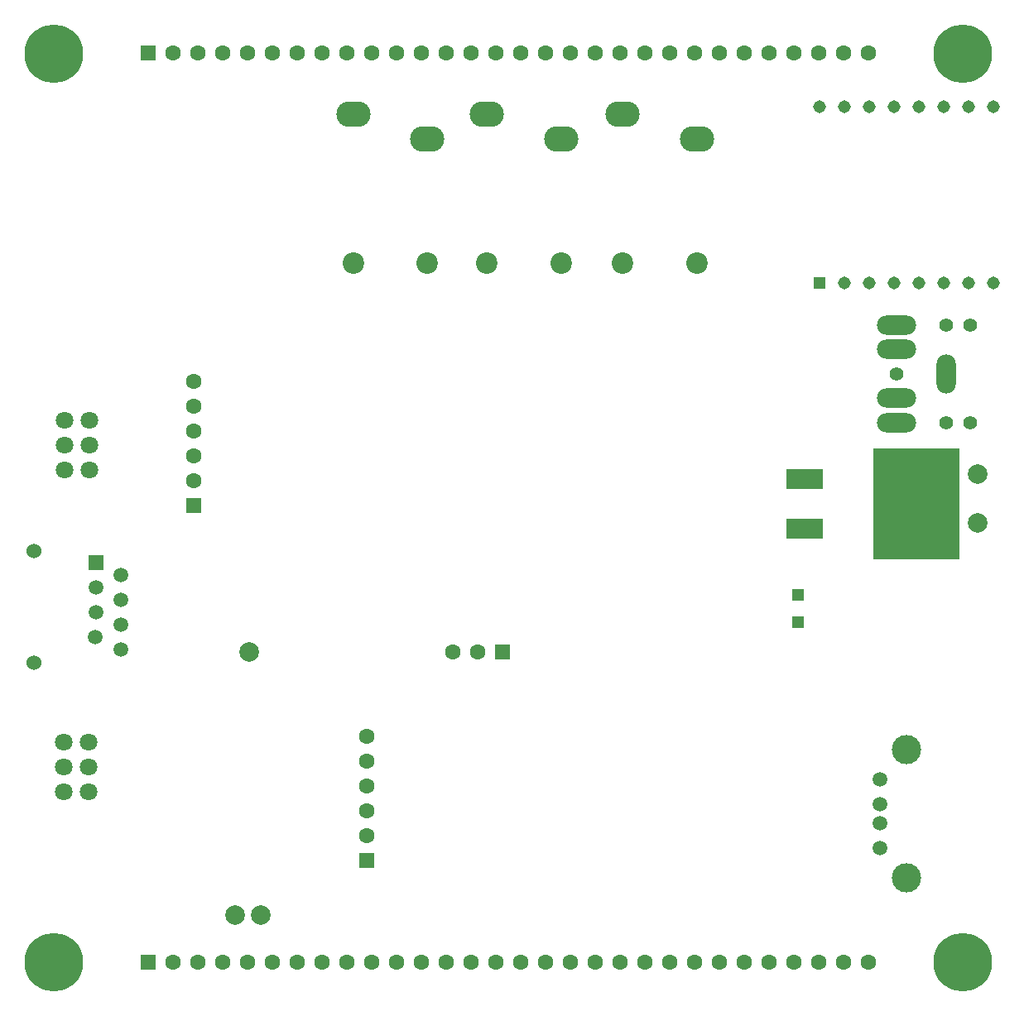
<source format=gbr>
%TF.GenerationSoftware,Altium Limited,Altium Designer,21.8.1 (53)*%
G04 Layer_Color=255*
%FSLAX45Y45*%
%MOMM*%
%TF.SameCoordinates,BA403207-4E74-424F-88DB-B819054AD5B4*%
%TF.FilePolarity,Positive*%
%TF.FileFunction,Pads,Bot*%
%TF.Part,Single*%
G01*
G75*
%TA.AperFunction,ViaPad*%
%ADD53C,6.00000*%
%TA.AperFunction,ComponentPad*%
%ADD54C,1.60000*%
%ADD55R,1.60000X1.60000*%
%ADD56C,2.00000*%
%ADD57R,1.60000X1.60000*%
%ADD58C,1.52400*%
%ADD59C,1.50000*%
%ADD60R,1.50000X1.50000*%
%ADD61O,3.50000X2.60000*%
%ADD62C,2.20000*%
%ADD63C,3.00000*%
%ADD64C,1.80000*%
%ADD65R,1.30800X1.30800*%
%ADD66C,1.30800*%
%ADD67O,2.00000X4.00000*%
%ADD68O,4.00000X2.00000*%
%ADD69C,1.40000*%
%TA.AperFunction,SMDPad,CuDef*%
%ADD75R,3.81000X2.08000*%
%ADD76R,8.89000X11.43000*%
%ADD77R,1.20000X1.20000*%
D53*
X9300000Y-9300000D02*
D03*
Y0D02*
D03*
X0D02*
D03*
Y-9300000D02*
D03*
D54*
X4080000Y-6122000D02*
D03*
X4334000D02*
D03*
X3197580Y-8000386D02*
D03*
Y-7746386D02*
D03*
Y-7492386D02*
D03*
Y-7238386D02*
D03*
Y-6984386D02*
D03*
X2235500Y-9297500D02*
D03*
X8331500D02*
D03*
X8077500D02*
D03*
X7823500D02*
D03*
X7569500D02*
D03*
X7315500D02*
D03*
X7061500D02*
D03*
X6807500D02*
D03*
X6553500D02*
D03*
X6299500D02*
D03*
X6045500D02*
D03*
X5791500D02*
D03*
X5537500D02*
D03*
X5283500D02*
D03*
X5029500D02*
D03*
X4775500D02*
D03*
X4521500D02*
D03*
X4267500D02*
D03*
X4013500D02*
D03*
X3759500D02*
D03*
X3505500D02*
D03*
X3251500D02*
D03*
X2997500D02*
D03*
X2743500D02*
D03*
X2489500D02*
D03*
X1981500D02*
D03*
X1727500D02*
D03*
X1473500D02*
D03*
X1219500D02*
D03*
X2236500Y5000D02*
D03*
X8332500D02*
D03*
X8078500D02*
D03*
X7824500D02*
D03*
X7570500D02*
D03*
X7316500D02*
D03*
X7062500D02*
D03*
X6808500D02*
D03*
X6554500D02*
D03*
X6300500D02*
D03*
X6046500D02*
D03*
X5792500D02*
D03*
X5538500D02*
D03*
X5284500D02*
D03*
X5030500D02*
D03*
X4776500D02*
D03*
X4522500D02*
D03*
X4268500D02*
D03*
X4014500D02*
D03*
X3760500D02*
D03*
X3506500D02*
D03*
X3252500D02*
D03*
X2998500D02*
D03*
X2744500D02*
D03*
X2490500D02*
D03*
X1982500D02*
D03*
X1728500D02*
D03*
X1474500D02*
D03*
X1220500D02*
D03*
X1432772Y-4371255D02*
D03*
Y-4117255D02*
D03*
Y-3863255D02*
D03*
Y-3609255D02*
D03*
Y-3355255D02*
D03*
D55*
X4588000Y-6122000D02*
D03*
X965500Y-9297500D02*
D03*
X966500Y5000D02*
D03*
D56*
X1859160Y-8814302D02*
D03*
X2119160Y-8811802D02*
D03*
X1996660Y-6124302D02*
D03*
X9450000Y-4800000D02*
D03*
Y-4300000D02*
D03*
D57*
X3197580Y-8254386D02*
D03*
X1432772Y-4625255D02*
D03*
D58*
X-200000Y-6232000D02*
D03*
Y-5089000D02*
D03*
D59*
X684000Y-5339000D02*
D03*
Y-6101000D02*
D03*
Y-5847000D02*
D03*
Y-5593000D02*
D03*
X420000Y-5974000D02*
D03*
X430000Y-5720000D02*
D03*
Y-5466000D02*
D03*
X8452540Y-7428042D02*
D03*
Y-7678042D02*
D03*
Y-7878042D02*
D03*
Y-8128042D02*
D03*
D60*
X430000Y-5212000D02*
D03*
D61*
X6577500Y-875000D02*
D03*
X5817500Y-621000D02*
D03*
X5192500Y-875000D02*
D03*
X4432500Y-621000D02*
D03*
X3822500Y-870000D02*
D03*
X3062500Y-616000D02*
D03*
D62*
X6577500Y-2145000D02*
D03*
X5817500D02*
D03*
X5192500D02*
D03*
X4432500D02*
D03*
X3822500Y-2140000D02*
D03*
X3062500D02*
D03*
D63*
X8723540Y-7121042D02*
D03*
Y-8435042D02*
D03*
D64*
X364000Y-4260000D02*
D03*
X110000D02*
D03*
Y-4006000D02*
D03*
Y-3752000D02*
D03*
X364000D02*
D03*
Y-4006000D02*
D03*
X354000Y-7300000D02*
D03*
Y-7046000D02*
D03*
X100000D02*
D03*
Y-7300000D02*
D03*
Y-7554000D02*
D03*
X354000D02*
D03*
D65*
X7834020Y-2343474D02*
D03*
D66*
X8088020D02*
D03*
X8342020D02*
D03*
X8596020D02*
D03*
X8850020D02*
D03*
X9104020D02*
D03*
X9358020D02*
D03*
X9612020D02*
D03*
X7834020Y-540074D02*
D03*
X8088020D02*
D03*
X8342020D02*
D03*
X8596020D02*
D03*
X8850020D02*
D03*
X9104020D02*
D03*
X9358020D02*
D03*
X9612020D02*
D03*
D67*
X9123824Y-3275977D02*
D03*
D68*
X8623824Y-3775977D02*
D03*
Y-3525977D02*
D03*
Y-3025977D02*
D03*
Y-2775977D02*
D03*
D69*
Y-3275977D02*
D03*
X9123824Y-3775977D02*
D03*
Y-2775977D02*
D03*
X9373824D02*
D03*
Y-3775977D02*
D03*
D75*
X7684319Y-4348580D02*
D03*
Y-4856580D02*
D03*
D76*
X8827319Y-4602580D02*
D03*
D77*
X7609116Y-5537959D02*
D03*
Y-5817959D02*
D03*
%TF.MD5,731f4b121db81f9c374721aaf87b4250*%
M02*

</source>
